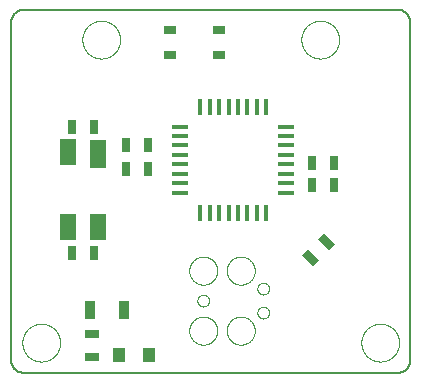
<source format=gtp>
G75*
%MOIN*%
%OFA0B0*%
%FSLAX25Y25*%
%IPPOS*%
%LPD*%
%AMOC8*
5,1,8,0,0,1.08239X$1,22.5*
%
%ADD10C,0.00800*%
%ADD11C,0.00000*%
%ADD12R,0.02756X0.05118*%
%ADD13R,0.03543X0.06299*%
%ADD14R,0.04134X0.02559*%
%ADD15R,0.05512X0.01575*%
%ADD16R,0.01575X0.05512*%
%ADD17R,0.05512X0.08661*%
%ADD18R,0.05512X0.09449*%
%ADD19R,0.04331X0.04921*%
%ADD20R,0.05118X0.02756*%
D10*
X0003750Y0005623D02*
X0003750Y0118377D01*
X0003752Y0118504D01*
X0003758Y0118631D01*
X0003768Y0118757D01*
X0003781Y0118884D01*
X0003799Y0119009D01*
X0003820Y0119135D01*
X0003845Y0119259D01*
X0003875Y0119383D01*
X0003907Y0119505D01*
X0003944Y0119627D01*
X0003984Y0119747D01*
X0004028Y0119866D01*
X0004076Y0119984D01*
X0004127Y0120100D01*
X0004182Y0120215D01*
X0004241Y0120328D01*
X0004302Y0120439D01*
X0004368Y0120547D01*
X0004436Y0120654D01*
X0004508Y0120759D01*
X0004583Y0120862D01*
X0004661Y0120962D01*
X0004742Y0121059D01*
X0004826Y0121155D01*
X0004913Y0121247D01*
X0005003Y0121337D01*
X0005095Y0121424D01*
X0005191Y0121508D01*
X0005288Y0121589D01*
X0005388Y0121667D01*
X0005491Y0121742D01*
X0005596Y0121814D01*
X0005703Y0121882D01*
X0005812Y0121948D01*
X0005922Y0122009D01*
X0006035Y0122068D01*
X0006150Y0122123D01*
X0006266Y0122174D01*
X0006384Y0122222D01*
X0006503Y0122266D01*
X0006623Y0122306D01*
X0006745Y0122343D01*
X0006867Y0122375D01*
X0006991Y0122405D01*
X0007115Y0122430D01*
X0007241Y0122451D01*
X0007366Y0122469D01*
X0007493Y0122482D01*
X0007619Y0122492D01*
X0007746Y0122498D01*
X0007873Y0122500D01*
X0132627Y0122500D01*
X0132754Y0122498D01*
X0132881Y0122492D01*
X0133007Y0122482D01*
X0133134Y0122469D01*
X0133259Y0122451D01*
X0133385Y0122430D01*
X0133509Y0122405D01*
X0133633Y0122375D01*
X0133755Y0122343D01*
X0133877Y0122306D01*
X0133997Y0122266D01*
X0134116Y0122222D01*
X0134234Y0122174D01*
X0134350Y0122123D01*
X0134465Y0122068D01*
X0134578Y0122009D01*
X0134689Y0121948D01*
X0134797Y0121882D01*
X0134904Y0121814D01*
X0135009Y0121742D01*
X0135112Y0121667D01*
X0135212Y0121589D01*
X0135309Y0121508D01*
X0135405Y0121424D01*
X0135497Y0121337D01*
X0135587Y0121247D01*
X0135674Y0121155D01*
X0135758Y0121059D01*
X0135839Y0120962D01*
X0135917Y0120862D01*
X0135992Y0120759D01*
X0136064Y0120654D01*
X0136132Y0120547D01*
X0136198Y0120439D01*
X0136259Y0120328D01*
X0136318Y0120215D01*
X0136373Y0120100D01*
X0136424Y0119984D01*
X0136472Y0119866D01*
X0136516Y0119747D01*
X0136556Y0119627D01*
X0136593Y0119505D01*
X0136625Y0119383D01*
X0136655Y0119259D01*
X0136680Y0119135D01*
X0136701Y0119009D01*
X0136719Y0118884D01*
X0136732Y0118757D01*
X0136742Y0118631D01*
X0136748Y0118504D01*
X0136750Y0118377D01*
X0136750Y0005623D01*
X0136748Y0005496D01*
X0136742Y0005369D01*
X0136732Y0005243D01*
X0136719Y0005116D01*
X0136701Y0004991D01*
X0136680Y0004865D01*
X0136655Y0004741D01*
X0136625Y0004617D01*
X0136593Y0004495D01*
X0136556Y0004373D01*
X0136516Y0004253D01*
X0136472Y0004134D01*
X0136424Y0004016D01*
X0136373Y0003900D01*
X0136318Y0003785D01*
X0136259Y0003672D01*
X0136198Y0003561D01*
X0136132Y0003453D01*
X0136064Y0003346D01*
X0135992Y0003241D01*
X0135917Y0003138D01*
X0135839Y0003038D01*
X0135758Y0002941D01*
X0135674Y0002845D01*
X0135587Y0002753D01*
X0135497Y0002663D01*
X0135405Y0002576D01*
X0135309Y0002492D01*
X0135212Y0002411D01*
X0135112Y0002333D01*
X0135009Y0002258D01*
X0134904Y0002186D01*
X0134797Y0002118D01*
X0134689Y0002052D01*
X0134578Y0001991D01*
X0134465Y0001932D01*
X0134350Y0001877D01*
X0134234Y0001826D01*
X0134116Y0001778D01*
X0133997Y0001734D01*
X0133877Y0001694D01*
X0133755Y0001657D01*
X0133633Y0001625D01*
X0133509Y0001595D01*
X0133385Y0001570D01*
X0133259Y0001549D01*
X0133134Y0001531D01*
X0133007Y0001518D01*
X0132881Y0001508D01*
X0132754Y0001502D01*
X0132627Y0001500D01*
X0007873Y0001500D01*
X0007746Y0001502D01*
X0007619Y0001508D01*
X0007493Y0001518D01*
X0007366Y0001531D01*
X0007241Y0001549D01*
X0007115Y0001570D01*
X0006991Y0001595D01*
X0006867Y0001625D01*
X0006745Y0001657D01*
X0006623Y0001694D01*
X0006503Y0001734D01*
X0006384Y0001778D01*
X0006266Y0001826D01*
X0006150Y0001877D01*
X0006035Y0001932D01*
X0005922Y0001991D01*
X0005811Y0002052D01*
X0005703Y0002118D01*
X0005596Y0002186D01*
X0005491Y0002258D01*
X0005388Y0002333D01*
X0005288Y0002411D01*
X0005191Y0002492D01*
X0005095Y0002576D01*
X0005003Y0002663D01*
X0004913Y0002753D01*
X0004826Y0002845D01*
X0004742Y0002941D01*
X0004661Y0003038D01*
X0004583Y0003138D01*
X0004508Y0003241D01*
X0004436Y0003346D01*
X0004368Y0003453D01*
X0004302Y0003562D01*
X0004241Y0003672D01*
X0004182Y0003785D01*
X0004127Y0003900D01*
X0004076Y0004016D01*
X0004028Y0004134D01*
X0003984Y0004253D01*
X0003944Y0004373D01*
X0003907Y0004495D01*
X0003875Y0004617D01*
X0003845Y0004741D01*
X0003820Y0004865D01*
X0003799Y0004991D01*
X0003781Y0005116D01*
X0003768Y0005243D01*
X0003758Y0005369D01*
X0003752Y0005496D01*
X0003750Y0005623D01*
D11*
X0007451Y0011500D02*
X0007453Y0011658D01*
X0007459Y0011816D01*
X0007469Y0011974D01*
X0007483Y0012132D01*
X0007501Y0012289D01*
X0007522Y0012446D01*
X0007548Y0012602D01*
X0007578Y0012758D01*
X0007611Y0012913D01*
X0007649Y0013066D01*
X0007690Y0013219D01*
X0007735Y0013371D01*
X0007784Y0013522D01*
X0007837Y0013671D01*
X0007893Y0013819D01*
X0007953Y0013965D01*
X0008017Y0014110D01*
X0008085Y0014253D01*
X0008156Y0014395D01*
X0008230Y0014535D01*
X0008308Y0014672D01*
X0008390Y0014808D01*
X0008474Y0014942D01*
X0008563Y0015073D01*
X0008654Y0015202D01*
X0008749Y0015329D01*
X0008846Y0015454D01*
X0008947Y0015576D01*
X0009051Y0015695D01*
X0009158Y0015812D01*
X0009268Y0015926D01*
X0009381Y0016037D01*
X0009496Y0016146D01*
X0009614Y0016251D01*
X0009735Y0016353D01*
X0009858Y0016453D01*
X0009984Y0016549D01*
X0010112Y0016642D01*
X0010242Y0016732D01*
X0010375Y0016818D01*
X0010510Y0016902D01*
X0010646Y0016981D01*
X0010785Y0017058D01*
X0010926Y0017130D01*
X0011068Y0017200D01*
X0011212Y0017265D01*
X0011358Y0017327D01*
X0011505Y0017385D01*
X0011654Y0017440D01*
X0011804Y0017491D01*
X0011955Y0017538D01*
X0012107Y0017581D01*
X0012260Y0017620D01*
X0012415Y0017656D01*
X0012570Y0017687D01*
X0012726Y0017715D01*
X0012882Y0017739D01*
X0013039Y0017759D01*
X0013197Y0017775D01*
X0013354Y0017787D01*
X0013513Y0017795D01*
X0013671Y0017799D01*
X0013829Y0017799D01*
X0013987Y0017795D01*
X0014146Y0017787D01*
X0014303Y0017775D01*
X0014461Y0017759D01*
X0014618Y0017739D01*
X0014774Y0017715D01*
X0014930Y0017687D01*
X0015085Y0017656D01*
X0015240Y0017620D01*
X0015393Y0017581D01*
X0015545Y0017538D01*
X0015696Y0017491D01*
X0015846Y0017440D01*
X0015995Y0017385D01*
X0016142Y0017327D01*
X0016288Y0017265D01*
X0016432Y0017200D01*
X0016574Y0017130D01*
X0016715Y0017058D01*
X0016854Y0016981D01*
X0016990Y0016902D01*
X0017125Y0016818D01*
X0017258Y0016732D01*
X0017388Y0016642D01*
X0017516Y0016549D01*
X0017642Y0016453D01*
X0017765Y0016353D01*
X0017886Y0016251D01*
X0018004Y0016146D01*
X0018119Y0016037D01*
X0018232Y0015926D01*
X0018342Y0015812D01*
X0018449Y0015695D01*
X0018553Y0015576D01*
X0018654Y0015454D01*
X0018751Y0015329D01*
X0018846Y0015202D01*
X0018937Y0015073D01*
X0019026Y0014942D01*
X0019110Y0014808D01*
X0019192Y0014672D01*
X0019270Y0014535D01*
X0019344Y0014395D01*
X0019415Y0014253D01*
X0019483Y0014110D01*
X0019547Y0013965D01*
X0019607Y0013819D01*
X0019663Y0013671D01*
X0019716Y0013522D01*
X0019765Y0013371D01*
X0019810Y0013219D01*
X0019851Y0013066D01*
X0019889Y0012913D01*
X0019922Y0012758D01*
X0019952Y0012602D01*
X0019978Y0012446D01*
X0019999Y0012289D01*
X0020017Y0012132D01*
X0020031Y0011974D01*
X0020041Y0011816D01*
X0020047Y0011658D01*
X0020049Y0011500D01*
X0020047Y0011342D01*
X0020041Y0011184D01*
X0020031Y0011026D01*
X0020017Y0010868D01*
X0019999Y0010711D01*
X0019978Y0010554D01*
X0019952Y0010398D01*
X0019922Y0010242D01*
X0019889Y0010087D01*
X0019851Y0009934D01*
X0019810Y0009781D01*
X0019765Y0009629D01*
X0019716Y0009478D01*
X0019663Y0009329D01*
X0019607Y0009181D01*
X0019547Y0009035D01*
X0019483Y0008890D01*
X0019415Y0008747D01*
X0019344Y0008605D01*
X0019270Y0008465D01*
X0019192Y0008328D01*
X0019110Y0008192D01*
X0019026Y0008058D01*
X0018937Y0007927D01*
X0018846Y0007798D01*
X0018751Y0007671D01*
X0018654Y0007546D01*
X0018553Y0007424D01*
X0018449Y0007305D01*
X0018342Y0007188D01*
X0018232Y0007074D01*
X0018119Y0006963D01*
X0018004Y0006854D01*
X0017886Y0006749D01*
X0017765Y0006647D01*
X0017642Y0006547D01*
X0017516Y0006451D01*
X0017388Y0006358D01*
X0017258Y0006268D01*
X0017125Y0006182D01*
X0016990Y0006098D01*
X0016854Y0006019D01*
X0016715Y0005942D01*
X0016574Y0005870D01*
X0016432Y0005800D01*
X0016288Y0005735D01*
X0016142Y0005673D01*
X0015995Y0005615D01*
X0015846Y0005560D01*
X0015696Y0005509D01*
X0015545Y0005462D01*
X0015393Y0005419D01*
X0015240Y0005380D01*
X0015085Y0005344D01*
X0014930Y0005313D01*
X0014774Y0005285D01*
X0014618Y0005261D01*
X0014461Y0005241D01*
X0014303Y0005225D01*
X0014146Y0005213D01*
X0013987Y0005205D01*
X0013829Y0005201D01*
X0013671Y0005201D01*
X0013513Y0005205D01*
X0013354Y0005213D01*
X0013197Y0005225D01*
X0013039Y0005241D01*
X0012882Y0005261D01*
X0012726Y0005285D01*
X0012570Y0005313D01*
X0012415Y0005344D01*
X0012260Y0005380D01*
X0012107Y0005419D01*
X0011955Y0005462D01*
X0011804Y0005509D01*
X0011654Y0005560D01*
X0011505Y0005615D01*
X0011358Y0005673D01*
X0011212Y0005735D01*
X0011068Y0005800D01*
X0010926Y0005870D01*
X0010785Y0005942D01*
X0010646Y0006019D01*
X0010510Y0006098D01*
X0010375Y0006182D01*
X0010242Y0006268D01*
X0010112Y0006358D01*
X0009984Y0006451D01*
X0009858Y0006547D01*
X0009735Y0006647D01*
X0009614Y0006749D01*
X0009496Y0006854D01*
X0009381Y0006963D01*
X0009268Y0007074D01*
X0009158Y0007188D01*
X0009051Y0007305D01*
X0008947Y0007424D01*
X0008846Y0007546D01*
X0008749Y0007671D01*
X0008654Y0007798D01*
X0008563Y0007927D01*
X0008474Y0008058D01*
X0008390Y0008192D01*
X0008308Y0008328D01*
X0008230Y0008465D01*
X0008156Y0008605D01*
X0008085Y0008747D01*
X0008017Y0008890D01*
X0007953Y0009035D01*
X0007893Y0009181D01*
X0007837Y0009329D01*
X0007784Y0009478D01*
X0007735Y0009629D01*
X0007690Y0009781D01*
X0007649Y0009934D01*
X0007611Y0010087D01*
X0007578Y0010242D01*
X0007548Y0010398D01*
X0007522Y0010554D01*
X0007501Y0010711D01*
X0007483Y0010868D01*
X0007469Y0011026D01*
X0007459Y0011184D01*
X0007453Y0011342D01*
X0007451Y0011500D01*
X0063075Y0015500D02*
X0063077Y0015637D01*
X0063083Y0015773D01*
X0063093Y0015909D01*
X0063107Y0016045D01*
X0063125Y0016181D01*
X0063147Y0016316D01*
X0063172Y0016450D01*
X0063202Y0016583D01*
X0063236Y0016715D01*
X0063273Y0016847D01*
X0063314Y0016977D01*
X0063360Y0017106D01*
X0063408Y0017234D01*
X0063461Y0017360D01*
X0063517Y0017484D01*
X0063577Y0017607D01*
X0063640Y0017728D01*
X0063707Y0017847D01*
X0063777Y0017964D01*
X0063851Y0018080D01*
X0063928Y0018192D01*
X0064008Y0018303D01*
X0064092Y0018411D01*
X0064179Y0018517D01*
X0064268Y0018620D01*
X0064361Y0018720D01*
X0064456Y0018818D01*
X0064555Y0018913D01*
X0064656Y0019005D01*
X0064760Y0019093D01*
X0064866Y0019179D01*
X0064975Y0019262D01*
X0065086Y0019341D01*
X0065199Y0019418D01*
X0065315Y0019491D01*
X0065432Y0019560D01*
X0065552Y0019626D01*
X0065673Y0019688D01*
X0065797Y0019747D01*
X0065922Y0019803D01*
X0066048Y0019854D01*
X0066176Y0019902D01*
X0066305Y0019946D01*
X0066436Y0019987D01*
X0066568Y0020023D01*
X0066700Y0020056D01*
X0066834Y0020084D01*
X0066968Y0020109D01*
X0067103Y0020130D01*
X0067239Y0020147D01*
X0067375Y0020160D01*
X0067511Y0020169D01*
X0067648Y0020174D01*
X0067784Y0020175D01*
X0067921Y0020172D01*
X0068057Y0020165D01*
X0068193Y0020154D01*
X0068329Y0020139D01*
X0068464Y0020120D01*
X0068599Y0020097D01*
X0068733Y0020070D01*
X0068866Y0020040D01*
X0068998Y0020005D01*
X0069130Y0019967D01*
X0069259Y0019925D01*
X0069388Y0019879D01*
X0069515Y0019829D01*
X0069641Y0019775D01*
X0069765Y0019718D01*
X0069888Y0019658D01*
X0070008Y0019593D01*
X0070127Y0019526D01*
X0070243Y0019455D01*
X0070358Y0019380D01*
X0070470Y0019302D01*
X0070580Y0019221D01*
X0070688Y0019137D01*
X0070793Y0019049D01*
X0070895Y0018959D01*
X0070995Y0018866D01*
X0071092Y0018769D01*
X0071186Y0018670D01*
X0071277Y0018569D01*
X0071365Y0018464D01*
X0071450Y0018357D01*
X0071532Y0018248D01*
X0071611Y0018136D01*
X0071686Y0018022D01*
X0071758Y0017906D01*
X0071827Y0017788D01*
X0071892Y0017668D01*
X0071954Y0017546D01*
X0072012Y0017422D01*
X0072066Y0017297D01*
X0072117Y0017170D01*
X0072163Y0017042D01*
X0072207Y0016912D01*
X0072246Y0016781D01*
X0072282Y0016649D01*
X0072313Y0016516D01*
X0072341Y0016383D01*
X0072365Y0016248D01*
X0072385Y0016113D01*
X0072401Y0015977D01*
X0072413Y0015841D01*
X0072421Y0015705D01*
X0072425Y0015568D01*
X0072425Y0015432D01*
X0072421Y0015295D01*
X0072413Y0015159D01*
X0072401Y0015023D01*
X0072385Y0014887D01*
X0072365Y0014752D01*
X0072341Y0014617D01*
X0072313Y0014484D01*
X0072282Y0014351D01*
X0072246Y0014219D01*
X0072207Y0014088D01*
X0072163Y0013958D01*
X0072117Y0013830D01*
X0072066Y0013703D01*
X0072012Y0013578D01*
X0071954Y0013454D01*
X0071892Y0013332D01*
X0071827Y0013212D01*
X0071758Y0013094D01*
X0071686Y0012978D01*
X0071611Y0012864D01*
X0071532Y0012752D01*
X0071450Y0012643D01*
X0071365Y0012536D01*
X0071277Y0012431D01*
X0071186Y0012330D01*
X0071092Y0012231D01*
X0070995Y0012134D01*
X0070895Y0012041D01*
X0070793Y0011951D01*
X0070688Y0011863D01*
X0070580Y0011779D01*
X0070470Y0011698D01*
X0070358Y0011620D01*
X0070243Y0011545D01*
X0070127Y0011474D01*
X0070008Y0011407D01*
X0069888Y0011342D01*
X0069765Y0011282D01*
X0069641Y0011225D01*
X0069515Y0011171D01*
X0069388Y0011121D01*
X0069259Y0011075D01*
X0069130Y0011033D01*
X0068998Y0010995D01*
X0068866Y0010960D01*
X0068733Y0010930D01*
X0068599Y0010903D01*
X0068464Y0010880D01*
X0068329Y0010861D01*
X0068193Y0010846D01*
X0068057Y0010835D01*
X0067921Y0010828D01*
X0067784Y0010825D01*
X0067648Y0010826D01*
X0067511Y0010831D01*
X0067375Y0010840D01*
X0067239Y0010853D01*
X0067103Y0010870D01*
X0066968Y0010891D01*
X0066834Y0010916D01*
X0066700Y0010944D01*
X0066568Y0010977D01*
X0066436Y0011013D01*
X0066305Y0011054D01*
X0066176Y0011098D01*
X0066048Y0011146D01*
X0065922Y0011197D01*
X0065797Y0011253D01*
X0065673Y0011312D01*
X0065552Y0011374D01*
X0065432Y0011440D01*
X0065315Y0011509D01*
X0065199Y0011582D01*
X0065086Y0011659D01*
X0064975Y0011738D01*
X0064866Y0011821D01*
X0064760Y0011907D01*
X0064656Y0011995D01*
X0064555Y0012087D01*
X0064456Y0012182D01*
X0064361Y0012280D01*
X0064268Y0012380D01*
X0064179Y0012483D01*
X0064092Y0012589D01*
X0064008Y0012697D01*
X0063928Y0012808D01*
X0063851Y0012920D01*
X0063777Y0013036D01*
X0063707Y0013153D01*
X0063640Y0013272D01*
X0063577Y0013393D01*
X0063517Y0013516D01*
X0063461Y0013640D01*
X0063408Y0013766D01*
X0063360Y0013894D01*
X0063314Y0014023D01*
X0063273Y0014153D01*
X0063236Y0014285D01*
X0063202Y0014417D01*
X0063172Y0014550D01*
X0063147Y0014684D01*
X0063125Y0014819D01*
X0063107Y0014955D01*
X0063093Y0015091D01*
X0063083Y0015227D01*
X0063077Y0015363D01*
X0063075Y0015500D01*
X0065800Y0025500D02*
X0065802Y0025588D01*
X0065808Y0025676D01*
X0065818Y0025764D01*
X0065832Y0025851D01*
X0065850Y0025937D01*
X0065871Y0026022D01*
X0065897Y0026107D01*
X0065926Y0026190D01*
X0065959Y0026272D01*
X0065996Y0026352D01*
X0066036Y0026430D01*
X0066080Y0026507D01*
X0066127Y0026581D01*
X0066178Y0026653D01*
X0066231Y0026723D01*
X0066288Y0026791D01*
X0066348Y0026855D01*
X0066411Y0026917D01*
X0066476Y0026976D01*
X0066544Y0027032D01*
X0066615Y0027085D01*
X0066687Y0027135D01*
X0066762Y0027181D01*
X0066839Y0027224D01*
X0066918Y0027264D01*
X0066999Y0027299D01*
X0067081Y0027332D01*
X0067164Y0027360D01*
X0067249Y0027385D01*
X0067335Y0027405D01*
X0067421Y0027422D01*
X0067508Y0027435D01*
X0067596Y0027444D01*
X0067684Y0027449D01*
X0067772Y0027450D01*
X0067860Y0027447D01*
X0067948Y0027440D01*
X0068035Y0027429D01*
X0068122Y0027414D01*
X0068208Y0027395D01*
X0068294Y0027373D01*
X0068378Y0027346D01*
X0068460Y0027316D01*
X0068542Y0027282D01*
X0068622Y0027244D01*
X0068699Y0027203D01*
X0068775Y0027159D01*
X0068849Y0027111D01*
X0068921Y0027059D01*
X0068990Y0027005D01*
X0069057Y0026947D01*
X0069121Y0026887D01*
X0069182Y0026823D01*
X0069241Y0026757D01*
X0069296Y0026689D01*
X0069348Y0026617D01*
X0069397Y0026544D01*
X0069442Y0026469D01*
X0069484Y0026391D01*
X0069523Y0026312D01*
X0069558Y0026231D01*
X0069589Y0026148D01*
X0069616Y0026065D01*
X0069640Y0025980D01*
X0069660Y0025894D01*
X0069676Y0025807D01*
X0069688Y0025720D01*
X0069696Y0025632D01*
X0069700Y0025544D01*
X0069700Y0025456D01*
X0069696Y0025368D01*
X0069688Y0025280D01*
X0069676Y0025193D01*
X0069660Y0025106D01*
X0069640Y0025020D01*
X0069616Y0024935D01*
X0069589Y0024852D01*
X0069558Y0024769D01*
X0069523Y0024688D01*
X0069484Y0024609D01*
X0069442Y0024531D01*
X0069397Y0024456D01*
X0069348Y0024383D01*
X0069296Y0024311D01*
X0069241Y0024243D01*
X0069182Y0024177D01*
X0069121Y0024113D01*
X0069057Y0024053D01*
X0068990Y0023995D01*
X0068921Y0023941D01*
X0068849Y0023889D01*
X0068775Y0023841D01*
X0068699Y0023797D01*
X0068622Y0023756D01*
X0068542Y0023718D01*
X0068460Y0023684D01*
X0068378Y0023654D01*
X0068294Y0023627D01*
X0068208Y0023605D01*
X0068122Y0023586D01*
X0068035Y0023571D01*
X0067948Y0023560D01*
X0067860Y0023553D01*
X0067772Y0023550D01*
X0067684Y0023551D01*
X0067596Y0023556D01*
X0067508Y0023565D01*
X0067421Y0023578D01*
X0067335Y0023595D01*
X0067249Y0023615D01*
X0067164Y0023640D01*
X0067081Y0023668D01*
X0066999Y0023701D01*
X0066918Y0023736D01*
X0066839Y0023776D01*
X0066762Y0023819D01*
X0066687Y0023865D01*
X0066615Y0023915D01*
X0066544Y0023968D01*
X0066476Y0024024D01*
X0066411Y0024083D01*
X0066348Y0024145D01*
X0066288Y0024209D01*
X0066231Y0024277D01*
X0066178Y0024347D01*
X0066127Y0024419D01*
X0066080Y0024493D01*
X0066036Y0024570D01*
X0065996Y0024648D01*
X0065959Y0024728D01*
X0065926Y0024810D01*
X0065897Y0024893D01*
X0065871Y0024978D01*
X0065850Y0025063D01*
X0065832Y0025149D01*
X0065818Y0025236D01*
X0065808Y0025324D01*
X0065802Y0025412D01*
X0065800Y0025500D01*
X0063075Y0035500D02*
X0063077Y0035637D01*
X0063083Y0035773D01*
X0063093Y0035909D01*
X0063107Y0036045D01*
X0063125Y0036181D01*
X0063147Y0036316D01*
X0063172Y0036450D01*
X0063202Y0036583D01*
X0063236Y0036715D01*
X0063273Y0036847D01*
X0063314Y0036977D01*
X0063360Y0037106D01*
X0063408Y0037234D01*
X0063461Y0037360D01*
X0063517Y0037484D01*
X0063577Y0037607D01*
X0063640Y0037728D01*
X0063707Y0037847D01*
X0063777Y0037964D01*
X0063851Y0038080D01*
X0063928Y0038192D01*
X0064008Y0038303D01*
X0064092Y0038411D01*
X0064179Y0038517D01*
X0064268Y0038620D01*
X0064361Y0038720D01*
X0064456Y0038818D01*
X0064555Y0038913D01*
X0064656Y0039005D01*
X0064760Y0039093D01*
X0064866Y0039179D01*
X0064975Y0039262D01*
X0065086Y0039341D01*
X0065199Y0039418D01*
X0065315Y0039491D01*
X0065432Y0039560D01*
X0065552Y0039626D01*
X0065673Y0039688D01*
X0065797Y0039747D01*
X0065922Y0039803D01*
X0066048Y0039854D01*
X0066176Y0039902D01*
X0066305Y0039946D01*
X0066436Y0039987D01*
X0066568Y0040023D01*
X0066700Y0040056D01*
X0066834Y0040084D01*
X0066968Y0040109D01*
X0067103Y0040130D01*
X0067239Y0040147D01*
X0067375Y0040160D01*
X0067511Y0040169D01*
X0067648Y0040174D01*
X0067784Y0040175D01*
X0067921Y0040172D01*
X0068057Y0040165D01*
X0068193Y0040154D01*
X0068329Y0040139D01*
X0068464Y0040120D01*
X0068599Y0040097D01*
X0068733Y0040070D01*
X0068866Y0040040D01*
X0068998Y0040005D01*
X0069130Y0039967D01*
X0069259Y0039925D01*
X0069388Y0039879D01*
X0069515Y0039829D01*
X0069641Y0039775D01*
X0069765Y0039718D01*
X0069888Y0039658D01*
X0070008Y0039593D01*
X0070127Y0039526D01*
X0070243Y0039455D01*
X0070358Y0039380D01*
X0070470Y0039302D01*
X0070580Y0039221D01*
X0070688Y0039137D01*
X0070793Y0039049D01*
X0070895Y0038959D01*
X0070995Y0038866D01*
X0071092Y0038769D01*
X0071186Y0038670D01*
X0071277Y0038569D01*
X0071365Y0038464D01*
X0071450Y0038357D01*
X0071532Y0038248D01*
X0071611Y0038136D01*
X0071686Y0038022D01*
X0071758Y0037906D01*
X0071827Y0037788D01*
X0071892Y0037668D01*
X0071954Y0037546D01*
X0072012Y0037422D01*
X0072066Y0037297D01*
X0072117Y0037170D01*
X0072163Y0037042D01*
X0072207Y0036912D01*
X0072246Y0036781D01*
X0072282Y0036649D01*
X0072313Y0036516D01*
X0072341Y0036383D01*
X0072365Y0036248D01*
X0072385Y0036113D01*
X0072401Y0035977D01*
X0072413Y0035841D01*
X0072421Y0035705D01*
X0072425Y0035568D01*
X0072425Y0035432D01*
X0072421Y0035295D01*
X0072413Y0035159D01*
X0072401Y0035023D01*
X0072385Y0034887D01*
X0072365Y0034752D01*
X0072341Y0034617D01*
X0072313Y0034484D01*
X0072282Y0034351D01*
X0072246Y0034219D01*
X0072207Y0034088D01*
X0072163Y0033958D01*
X0072117Y0033830D01*
X0072066Y0033703D01*
X0072012Y0033578D01*
X0071954Y0033454D01*
X0071892Y0033332D01*
X0071827Y0033212D01*
X0071758Y0033094D01*
X0071686Y0032978D01*
X0071611Y0032864D01*
X0071532Y0032752D01*
X0071450Y0032643D01*
X0071365Y0032536D01*
X0071277Y0032431D01*
X0071186Y0032330D01*
X0071092Y0032231D01*
X0070995Y0032134D01*
X0070895Y0032041D01*
X0070793Y0031951D01*
X0070688Y0031863D01*
X0070580Y0031779D01*
X0070470Y0031698D01*
X0070358Y0031620D01*
X0070243Y0031545D01*
X0070127Y0031474D01*
X0070008Y0031407D01*
X0069888Y0031342D01*
X0069765Y0031282D01*
X0069641Y0031225D01*
X0069515Y0031171D01*
X0069388Y0031121D01*
X0069259Y0031075D01*
X0069130Y0031033D01*
X0068998Y0030995D01*
X0068866Y0030960D01*
X0068733Y0030930D01*
X0068599Y0030903D01*
X0068464Y0030880D01*
X0068329Y0030861D01*
X0068193Y0030846D01*
X0068057Y0030835D01*
X0067921Y0030828D01*
X0067784Y0030825D01*
X0067648Y0030826D01*
X0067511Y0030831D01*
X0067375Y0030840D01*
X0067239Y0030853D01*
X0067103Y0030870D01*
X0066968Y0030891D01*
X0066834Y0030916D01*
X0066700Y0030944D01*
X0066568Y0030977D01*
X0066436Y0031013D01*
X0066305Y0031054D01*
X0066176Y0031098D01*
X0066048Y0031146D01*
X0065922Y0031197D01*
X0065797Y0031253D01*
X0065673Y0031312D01*
X0065552Y0031374D01*
X0065432Y0031440D01*
X0065315Y0031509D01*
X0065199Y0031582D01*
X0065086Y0031659D01*
X0064975Y0031738D01*
X0064866Y0031821D01*
X0064760Y0031907D01*
X0064656Y0031995D01*
X0064555Y0032087D01*
X0064456Y0032182D01*
X0064361Y0032280D01*
X0064268Y0032380D01*
X0064179Y0032483D01*
X0064092Y0032589D01*
X0064008Y0032697D01*
X0063928Y0032808D01*
X0063851Y0032920D01*
X0063777Y0033036D01*
X0063707Y0033153D01*
X0063640Y0033272D01*
X0063577Y0033393D01*
X0063517Y0033516D01*
X0063461Y0033640D01*
X0063408Y0033766D01*
X0063360Y0033894D01*
X0063314Y0034023D01*
X0063273Y0034153D01*
X0063236Y0034285D01*
X0063202Y0034417D01*
X0063172Y0034550D01*
X0063147Y0034684D01*
X0063125Y0034819D01*
X0063107Y0034955D01*
X0063093Y0035091D01*
X0063083Y0035227D01*
X0063077Y0035363D01*
X0063075Y0035500D01*
X0075575Y0035500D02*
X0075577Y0035637D01*
X0075583Y0035773D01*
X0075593Y0035909D01*
X0075607Y0036045D01*
X0075625Y0036181D01*
X0075647Y0036316D01*
X0075672Y0036450D01*
X0075702Y0036583D01*
X0075736Y0036715D01*
X0075773Y0036847D01*
X0075814Y0036977D01*
X0075860Y0037106D01*
X0075908Y0037234D01*
X0075961Y0037360D01*
X0076017Y0037484D01*
X0076077Y0037607D01*
X0076140Y0037728D01*
X0076207Y0037847D01*
X0076277Y0037964D01*
X0076351Y0038080D01*
X0076428Y0038192D01*
X0076508Y0038303D01*
X0076592Y0038411D01*
X0076679Y0038517D01*
X0076768Y0038620D01*
X0076861Y0038720D01*
X0076956Y0038818D01*
X0077055Y0038913D01*
X0077156Y0039005D01*
X0077260Y0039093D01*
X0077366Y0039179D01*
X0077475Y0039262D01*
X0077586Y0039341D01*
X0077699Y0039418D01*
X0077815Y0039491D01*
X0077932Y0039560D01*
X0078052Y0039626D01*
X0078173Y0039688D01*
X0078297Y0039747D01*
X0078422Y0039803D01*
X0078548Y0039854D01*
X0078676Y0039902D01*
X0078805Y0039946D01*
X0078936Y0039987D01*
X0079068Y0040023D01*
X0079200Y0040056D01*
X0079334Y0040084D01*
X0079468Y0040109D01*
X0079603Y0040130D01*
X0079739Y0040147D01*
X0079875Y0040160D01*
X0080011Y0040169D01*
X0080148Y0040174D01*
X0080284Y0040175D01*
X0080421Y0040172D01*
X0080557Y0040165D01*
X0080693Y0040154D01*
X0080829Y0040139D01*
X0080964Y0040120D01*
X0081099Y0040097D01*
X0081233Y0040070D01*
X0081366Y0040040D01*
X0081498Y0040005D01*
X0081630Y0039967D01*
X0081759Y0039925D01*
X0081888Y0039879D01*
X0082015Y0039829D01*
X0082141Y0039775D01*
X0082265Y0039718D01*
X0082388Y0039658D01*
X0082508Y0039593D01*
X0082627Y0039526D01*
X0082743Y0039455D01*
X0082858Y0039380D01*
X0082970Y0039302D01*
X0083080Y0039221D01*
X0083188Y0039137D01*
X0083293Y0039049D01*
X0083395Y0038959D01*
X0083495Y0038866D01*
X0083592Y0038769D01*
X0083686Y0038670D01*
X0083777Y0038569D01*
X0083865Y0038464D01*
X0083950Y0038357D01*
X0084032Y0038248D01*
X0084111Y0038136D01*
X0084186Y0038022D01*
X0084258Y0037906D01*
X0084327Y0037788D01*
X0084392Y0037668D01*
X0084454Y0037546D01*
X0084512Y0037422D01*
X0084566Y0037297D01*
X0084617Y0037170D01*
X0084663Y0037042D01*
X0084707Y0036912D01*
X0084746Y0036781D01*
X0084782Y0036649D01*
X0084813Y0036516D01*
X0084841Y0036383D01*
X0084865Y0036248D01*
X0084885Y0036113D01*
X0084901Y0035977D01*
X0084913Y0035841D01*
X0084921Y0035705D01*
X0084925Y0035568D01*
X0084925Y0035432D01*
X0084921Y0035295D01*
X0084913Y0035159D01*
X0084901Y0035023D01*
X0084885Y0034887D01*
X0084865Y0034752D01*
X0084841Y0034617D01*
X0084813Y0034484D01*
X0084782Y0034351D01*
X0084746Y0034219D01*
X0084707Y0034088D01*
X0084663Y0033958D01*
X0084617Y0033830D01*
X0084566Y0033703D01*
X0084512Y0033578D01*
X0084454Y0033454D01*
X0084392Y0033332D01*
X0084327Y0033212D01*
X0084258Y0033094D01*
X0084186Y0032978D01*
X0084111Y0032864D01*
X0084032Y0032752D01*
X0083950Y0032643D01*
X0083865Y0032536D01*
X0083777Y0032431D01*
X0083686Y0032330D01*
X0083592Y0032231D01*
X0083495Y0032134D01*
X0083395Y0032041D01*
X0083293Y0031951D01*
X0083188Y0031863D01*
X0083080Y0031779D01*
X0082970Y0031698D01*
X0082858Y0031620D01*
X0082743Y0031545D01*
X0082627Y0031474D01*
X0082508Y0031407D01*
X0082388Y0031342D01*
X0082265Y0031282D01*
X0082141Y0031225D01*
X0082015Y0031171D01*
X0081888Y0031121D01*
X0081759Y0031075D01*
X0081630Y0031033D01*
X0081498Y0030995D01*
X0081366Y0030960D01*
X0081233Y0030930D01*
X0081099Y0030903D01*
X0080964Y0030880D01*
X0080829Y0030861D01*
X0080693Y0030846D01*
X0080557Y0030835D01*
X0080421Y0030828D01*
X0080284Y0030825D01*
X0080148Y0030826D01*
X0080011Y0030831D01*
X0079875Y0030840D01*
X0079739Y0030853D01*
X0079603Y0030870D01*
X0079468Y0030891D01*
X0079334Y0030916D01*
X0079200Y0030944D01*
X0079068Y0030977D01*
X0078936Y0031013D01*
X0078805Y0031054D01*
X0078676Y0031098D01*
X0078548Y0031146D01*
X0078422Y0031197D01*
X0078297Y0031253D01*
X0078173Y0031312D01*
X0078052Y0031374D01*
X0077932Y0031440D01*
X0077815Y0031509D01*
X0077699Y0031582D01*
X0077586Y0031659D01*
X0077475Y0031738D01*
X0077366Y0031821D01*
X0077260Y0031907D01*
X0077156Y0031995D01*
X0077055Y0032087D01*
X0076956Y0032182D01*
X0076861Y0032280D01*
X0076768Y0032380D01*
X0076679Y0032483D01*
X0076592Y0032589D01*
X0076508Y0032697D01*
X0076428Y0032808D01*
X0076351Y0032920D01*
X0076277Y0033036D01*
X0076207Y0033153D01*
X0076140Y0033272D01*
X0076077Y0033393D01*
X0076017Y0033516D01*
X0075961Y0033640D01*
X0075908Y0033766D01*
X0075860Y0033894D01*
X0075814Y0034023D01*
X0075773Y0034153D01*
X0075736Y0034285D01*
X0075702Y0034417D01*
X0075672Y0034550D01*
X0075647Y0034684D01*
X0075625Y0034819D01*
X0075607Y0034955D01*
X0075593Y0035091D01*
X0075583Y0035227D01*
X0075577Y0035363D01*
X0075575Y0035500D01*
X0085800Y0029500D02*
X0085802Y0029588D01*
X0085808Y0029676D01*
X0085818Y0029764D01*
X0085832Y0029851D01*
X0085850Y0029937D01*
X0085871Y0030022D01*
X0085897Y0030107D01*
X0085926Y0030190D01*
X0085959Y0030272D01*
X0085996Y0030352D01*
X0086036Y0030430D01*
X0086080Y0030507D01*
X0086127Y0030581D01*
X0086178Y0030653D01*
X0086231Y0030723D01*
X0086288Y0030791D01*
X0086348Y0030855D01*
X0086411Y0030917D01*
X0086476Y0030976D01*
X0086544Y0031032D01*
X0086615Y0031085D01*
X0086687Y0031135D01*
X0086762Y0031181D01*
X0086839Y0031224D01*
X0086918Y0031264D01*
X0086999Y0031299D01*
X0087081Y0031332D01*
X0087164Y0031360D01*
X0087249Y0031385D01*
X0087335Y0031405D01*
X0087421Y0031422D01*
X0087508Y0031435D01*
X0087596Y0031444D01*
X0087684Y0031449D01*
X0087772Y0031450D01*
X0087860Y0031447D01*
X0087948Y0031440D01*
X0088035Y0031429D01*
X0088122Y0031414D01*
X0088208Y0031395D01*
X0088294Y0031373D01*
X0088378Y0031346D01*
X0088460Y0031316D01*
X0088542Y0031282D01*
X0088622Y0031244D01*
X0088699Y0031203D01*
X0088775Y0031159D01*
X0088849Y0031111D01*
X0088921Y0031059D01*
X0088990Y0031005D01*
X0089057Y0030947D01*
X0089121Y0030887D01*
X0089182Y0030823D01*
X0089241Y0030757D01*
X0089296Y0030689D01*
X0089348Y0030617D01*
X0089397Y0030544D01*
X0089442Y0030469D01*
X0089484Y0030391D01*
X0089523Y0030312D01*
X0089558Y0030231D01*
X0089589Y0030148D01*
X0089616Y0030065D01*
X0089640Y0029980D01*
X0089660Y0029894D01*
X0089676Y0029807D01*
X0089688Y0029720D01*
X0089696Y0029632D01*
X0089700Y0029544D01*
X0089700Y0029456D01*
X0089696Y0029368D01*
X0089688Y0029280D01*
X0089676Y0029193D01*
X0089660Y0029106D01*
X0089640Y0029020D01*
X0089616Y0028935D01*
X0089589Y0028852D01*
X0089558Y0028769D01*
X0089523Y0028688D01*
X0089484Y0028609D01*
X0089442Y0028531D01*
X0089397Y0028456D01*
X0089348Y0028383D01*
X0089296Y0028311D01*
X0089241Y0028243D01*
X0089182Y0028177D01*
X0089121Y0028113D01*
X0089057Y0028053D01*
X0088990Y0027995D01*
X0088921Y0027941D01*
X0088849Y0027889D01*
X0088775Y0027841D01*
X0088699Y0027797D01*
X0088622Y0027756D01*
X0088542Y0027718D01*
X0088460Y0027684D01*
X0088378Y0027654D01*
X0088294Y0027627D01*
X0088208Y0027605D01*
X0088122Y0027586D01*
X0088035Y0027571D01*
X0087948Y0027560D01*
X0087860Y0027553D01*
X0087772Y0027550D01*
X0087684Y0027551D01*
X0087596Y0027556D01*
X0087508Y0027565D01*
X0087421Y0027578D01*
X0087335Y0027595D01*
X0087249Y0027615D01*
X0087164Y0027640D01*
X0087081Y0027668D01*
X0086999Y0027701D01*
X0086918Y0027736D01*
X0086839Y0027776D01*
X0086762Y0027819D01*
X0086687Y0027865D01*
X0086615Y0027915D01*
X0086544Y0027968D01*
X0086476Y0028024D01*
X0086411Y0028083D01*
X0086348Y0028145D01*
X0086288Y0028209D01*
X0086231Y0028277D01*
X0086178Y0028347D01*
X0086127Y0028419D01*
X0086080Y0028493D01*
X0086036Y0028570D01*
X0085996Y0028648D01*
X0085959Y0028728D01*
X0085926Y0028810D01*
X0085897Y0028893D01*
X0085871Y0028978D01*
X0085850Y0029063D01*
X0085832Y0029149D01*
X0085818Y0029236D01*
X0085808Y0029324D01*
X0085802Y0029412D01*
X0085800Y0029500D01*
X0085800Y0021500D02*
X0085802Y0021588D01*
X0085808Y0021676D01*
X0085818Y0021764D01*
X0085832Y0021851D01*
X0085850Y0021937D01*
X0085871Y0022022D01*
X0085897Y0022107D01*
X0085926Y0022190D01*
X0085959Y0022272D01*
X0085996Y0022352D01*
X0086036Y0022430D01*
X0086080Y0022507D01*
X0086127Y0022581D01*
X0086178Y0022653D01*
X0086231Y0022723D01*
X0086288Y0022791D01*
X0086348Y0022855D01*
X0086411Y0022917D01*
X0086476Y0022976D01*
X0086544Y0023032D01*
X0086615Y0023085D01*
X0086687Y0023135D01*
X0086762Y0023181D01*
X0086839Y0023224D01*
X0086918Y0023264D01*
X0086999Y0023299D01*
X0087081Y0023332D01*
X0087164Y0023360D01*
X0087249Y0023385D01*
X0087335Y0023405D01*
X0087421Y0023422D01*
X0087508Y0023435D01*
X0087596Y0023444D01*
X0087684Y0023449D01*
X0087772Y0023450D01*
X0087860Y0023447D01*
X0087948Y0023440D01*
X0088035Y0023429D01*
X0088122Y0023414D01*
X0088208Y0023395D01*
X0088294Y0023373D01*
X0088378Y0023346D01*
X0088460Y0023316D01*
X0088542Y0023282D01*
X0088622Y0023244D01*
X0088699Y0023203D01*
X0088775Y0023159D01*
X0088849Y0023111D01*
X0088921Y0023059D01*
X0088990Y0023005D01*
X0089057Y0022947D01*
X0089121Y0022887D01*
X0089182Y0022823D01*
X0089241Y0022757D01*
X0089296Y0022689D01*
X0089348Y0022617D01*
X0089397Y0022544D01*
X0089442Y0022469D01*
X0089484Y0022391D01*
X0089523Y0022312D01*
X0089558Y0022231D01*
X0089589Y0022148D01*
X0089616Y0022065D01*
X0089640Y0021980D01*
X0089660Y0021894D01*
X0089676Y0021807D01*
X0089688Y0021720D01*
X0089696Y0021632D01*
X0089700Y0021544D01*
X0089700Y0021456D01*
X0089696Y0021368D01*
X0089688Y0021280D01*
X0089676Y0021193D01*
X0089660Y0021106D01*
X0089640Y0021020D01*
X0089616Y0020935D01*
X0089589Y0020852D01*
X0089558Y0020769D01*
X0089523Y0020688D01*
X0089484Y0020609D01*
X0089442Y0020531D01*
X0089397Y0020456D01*
X0089348Y0020383D01*
X0089296Y0020311D01*
X0089241Y0020243D01*
X0089182Y0020177D01*
X0089121Y0020113D01*
X0089057Y0020053D01*
X0088990Y0019995D01*
X0088921Y0019941D01*
X0088849Y0019889D01*
X0088775Y0019841D01*
X0088699Y0019797D01*
X0088622Y0019756D01*
X0088542Y0019718D01*
X0088460Y0019684D01*
X0088378Y0019654D01*
X0088294Y0019627D01*
X0088208Y0019605D01*
X0088122Y0019586D01*
X0088035Y0019571D01*
X0087948Y0019560D01*
X0087860Y0019553D01*
X0087772Y0019550D01*
X0087684Y0019551D01*
X0087596Y0019556D01*
X0087508Y0019565D01*
X0087421Y0019578D01*
X0087335Y0019595D01*
X0087249Y0019615D01*
X0087164Y0019640D01*
X0087081Y0019668D01*
X0086999Y0019701D01*
X0086918Y0019736D01*
X0086839Y0019776D01*
X0086762Y0019819D01*
X0086687Y0019865D01*
X0086615Y0019915D01*
X0086544Y0019968D01*
X0086476Y0020024D01*
X0086411Y0020083D01*
X0086348Y0020145D01*
X0086288Y0020209D01*
X0086231Y0020277D01*
X0086178Y0020347D01*
X0086127Y0020419D01*
X0086080Y0020493D01*
X0086036Y0020570D01*
X0085996Y0020648D01*
X0085959Y0020728D01*
X0085926Y0020810D01*
X0085897Y0020893D01*
X0085871Y0020978D01*
X0085850Y0021063D01*
X0085832Y0021149D01*
X0085818Y0021236D01*
X0085808Y0021324D01*
X0085802Y0021412D01*
X0085800Y0021500D01*
X0075575Y0015500D02*
X0075577Y0015637D01*
X0075583Y0015773D01*
X0075593Y0015909D01*
X0075607Y0016045D01*
X0075625Y0016181D01*
X0075647Y0016316D01*
X0075672Y0016450D01*
X0075702Y0016583D01*
X0075736Y0016715D01*
X0075773Y0016847D01*
X0075814Y0016977D01*
X0075860Y0017106D01*
X0075908Y0017234D01*
X0075961Y0017360D01*
X0076017Y0017484D01*
X0076077Y0017607D01*
X0076140Y0017728D01*
X0076207Y0017847D01*
X0076277Y0017964D01*
X0076351Y0018080D01*
X0076428Y0018192D01*
X0076508Y0018303D01*
X0076592Y0018411D01*
X0076679Y0018517D01*
X0076768Y0018620D01*
X0076861Y0018720D01*
X0076956Y0018818D01*
X0077055Y0018913D01*
X0077156Y0019005D01*
X0077260Y0019093D01*
X0077366Y0019179D01*
X0077475Y0019262D01*
X0077586Y0019341D01*
X0077699Y0019418D01*
X0077815Y0019491D01*
X0077932Y0019560D01*
X0078052Y0019626D01*
X0078173Y0019688D01*
X0078297Y0019747D01*
X0078422Y0019803D01*
X0078548Y0019854D01*
X0078676Y0019902D01*
X0078805Y0019946D01*
X0078936Y0019987D01*
X0079068Y0020023D01*
X0079200Y0020056D01*
X0079334Y0020084D01*
X0079468Y0020109D01*
X0079603Y0020130D01*
X0079739Y0020147D01*
X0079875Y0020160D01*
X0080011Y0020169D01*
X0080148Y0020174D01*
X0080284Y0020175D01*
X0080421Y0020172D01*
X0080557Y0020165D01*
X0080693Y0020154D01*
X0080829Y0020139D01*
X0080964Y0020120D01*
X0081099Y0020097D01*
X0081233Y0020070D01*
X0081366Y0020040D01*
X0081498Y0020005D01*
X0081630Y0019967D01*
X0081759Y0019925D01*
X0081888Y0019879D01*
X0082015Y0019829D01*
X0082141Y0019775D01*
X0082265Y0019718D01*
X0082388Y0019658D01*
X0082508Y0019593D01*
X0082627Y0019526D01*
X0082743Y0019455D01*
X0082858Y0019380D01*
X0082970Y0019302D01*
X0083080Y0019221D01*
X0083188Y0019137D01*
X0083293Y0019049D01*
X0083395Y0018959D01*
X0083495Y0018866D01*
X0083592Y0018769D01*
X0083686Y0018670D01*
X0083777Y0018569D01*
X0083865Y0018464D01*
X0083950Y0018357D01*
X0084032Y0018248D01*
X0084111Y0018136D01*
X0084186Y0018022D01*
X0084258Y0017906D01*
X0084327Y0017788D01*
X0084392Y0017668D01*
X0084454Y0017546D01*
X0084512Y0017422D01*
X0084566Y0017297D01*
X0084617Y0017170D01*
X0084663Y0017042D01*
X0084707Y0016912D01*
X0084746Y0016781D01*
X0084782Y0016649D01*
X0084813Y0016516D01*
X0084841Y0016383D01*
X0084865Y0016248D01*
X0084885Y0016113D01*
X0084901Y0015977D01*
X0084913Y0015841D01*
X0084921Y0015705D01*
X0084925Y0015568D01*
X0084925Y0015432D01*
X0084921Y0015295D01*
X0084913Y0015159D01*
X0084901Y0015023D01*
X0084885Y0014887D01*
X0084865Y0014752D01*
X0084841Y0014617D01*
X0084813Y0014484D01*
X0084782Y0014351D01*
X0084746Y0014219D01*
X0084707Y0014088D01*
X0084663Y0013958D01*
X0084617Y0013830D01*
X0084566Y0013703D01*
X0084512Y0013578D01*
X0084454Y0013454D01*
X0084392Y0013332D01*
X0084327Y0013212D01*
X0084258Y0013094D01*
X0084186Y0012978D01*
X0084111Y0012864D01*
X0084032Y0012752D01*
X0083950Y0012643D01*
X0083865Y0012536D01*
X0083777Y0012431D01*
X0083686Y0012330D01*
X0083592Y0012231D01*
X0083495Y0012134D01*
X0083395Y0012041D01*
X0083293Y0011951D01*
X0083188Y0011863D01*
X0083080Y0011779D01*
X0082970Y0011698D01*
X0082858Y0011620D01*
X0082743Y0011545D01*
X0082627Y0011474D01*
X0082508Y0011407D01*
X0082388Y0011342D01*
X0082265Y0011282D01*
X0082141Y0011225D01*
X0082015Y0011171D01*
X0081888Y0011121D01*
X0081759Y0011075D01*
X0081630Y0011033D01*
X0081498Y0010995D01*
X0081366Y0010960D01*
X0081233Y0010930D01*
X0081099Y0010903D01*
X0080964Y0010880D01*
X0080829Y0010861D01*
X0080693Y0010846D01*
X0080557Y0010835D01*
X0080421Y0010828D01*
X0080284Y0010825D01*
X0080148Y0010826D01*
X0080011Y0010831D01*
X0079875Y0010840D01*
X0079739Y0010853D01*
X0079603Y0010870D01*
X0079468Y0010891D01*
X0079334Y0010916D01*
X0079200Y0010944D01*
X0079068Y0010977D01*
X0078936Y0011013D01*
X0078805Y0011054D01*
X0078676Y0011098D01*
X0078548Y0011146D01*
X0078422Y0011197D01*
X0078297Y0011253D01*
X0078173Y0011312D01*
X0078052Y0011374D01*
X0077932Y0011440D01*
X0077815Y0011509D01*
X0077699Y0011582D01*
X0077586Y0011659D01*
X0077475Y0011738D01*
X0077366Y0011821D01*
X0077260Y0011907D01*
X0077156Y0011995D01*
X0077055Y0012087D01*
X0076956Y0012182D01*
X0076861Y0012280D01*
X0076768Y0012380D01*
X0076679Y0012483D01*
X0076592Y0012589D01*
X0076508Y0012697D01*
X0076428Y0012808D01*
X0076351Y0012920D01*
X0076277Y0013036D01*
X0076207Y0013153D01*
X0076140Y0013272D01*
X0076077Y0013393D01*
X0076017Y0013516D01*
X0075961Y0013640D01*
X0075908Y0013766D01*
X0075860Y0013894D01*
X0075814Y0014023D01*
X0075773Y0014153D01*
X0075736Y0014285D01*
X0075702Y0014417D01*
X0075672Y0014550D01*
X0075647Y0014684D01*
X0075625Y0014819D01*
X0075607Y0014955D01*
X0075593Y0015091D01*
X0075583Y0015227D01*
X0075577Y0015363D01*
X0075575Y0015500D01*
X0120451Y0011500D02*
X0120453Y0011658D01*
X0120459Y0011816D01*
X0120469Y0011974D01*
X0120483Y0012132D01*
X0120501Y0012289D01*
X0120522Y0012446D01*
X0120548Y0012602D01*
X0120578Y0012758D01*
X0120611Y0012913D01*
X0120649Y0013066D01*
X0120690Y0013219D01*
X0120735Y0013371D01*
X0120784Y0013522D01*
X0120837Y0013671D01*
X0120893Y0013819D01*
X0120953Y0013965D01*
X0121017Y0014110D01*
X0121085Y0014253D01*
X0121156Y0014395D01*
X0121230Y0014535D01*
X0121308Y0014672D01*
X0121390Y0014808D01*
X0121474Y0014942D01*
X0121563Y0015073D01*
X0121654Y0015202D01*
X0121749Y0015329D01*
X0121846Y0015454D01*
X0121947Y0015576D01*
X0122051Y0015695D01*
X0122158Y0015812D01*
X0122268Y0015926D01*
X0122381Y0016037D01*
X0122496Y0016146D01*
X0122614Y0016251D01*
X0122735Y0016353D01*
X0122858Y0016453D01*
X0122984Y0016549D01*
X0123112Y0016642D01*
X0123242Y0016732D01*
X0123375Y0016818D01*
X0123510Y0016902D01*
X0123646Y0016981D01*
X0123785Y0017058D01*
X0123926Y0017130D01*
X0124068Y0017200D01*
X0124212Y0017265D01*
X0124358Y0017327D01*
X0124505Y0017385D01*
X0124654Y0017440D01*
X0124804Y0017491D01*
X0124955Y0017538D01*
X0125107Y0017581D01*
X0125260Y0017620D01*
X0125415Y0017656D01*
X0125570Y0017687D01*
X0125726Y0017715D01*
X0125882Y0017739D01*
X0126039Y0017759D01*
X0126197Y0017775D01*
X0126354Y0017787D01*
X0126513Y0017795D01*
X0126671Y0017799D01*
X0126829Y0017799D01*
X0126987Y0017795D01*
X0127146Y0017787D01*
X0127303Y0017775D01*
X0127461Y0017759D01*
X0127618Y0017739D01*
X0127774Y0017715D01*
X0127930Y0017687D01*
X0128085Y0017656D01*
X0128240Y0017620D01*
X0128393Y0017581D01*
X0128545Y0017538D01*
X0128696Y0017491D01*
X0128846Y0017440D01*
X0128995Y0017385D01*
X0129142Y0017327D01*
X0129288Y0017265D01*
X0129432Y0017200D01*
X0129574Y0017130D01*
X0129715Y0017058D01*
X0129854Y0016981D01*
X0129990Y0016902D01*
X0130125Y0016818D01*
X0130258Y0016732D01*
X0130388Y0016642D01*
X0130516Y0016549D01*
X0130642Y0016453D01*
X0130765Y0016353D01*
X0130886Y0016251D01*
X0131004Y0016146D01*
X0131119Y0016037D01*
X0131232Y0015926D01*
X0131342Y0015812D01*
X0131449Y0015695D01*
X0131553Y0015576D01*
X0131654Y0015454D01*
X0131751Y0015329D01*
X0131846Y0015202D01*
X0131937Y0015073D01*
X0132026Y0014942D01*
X0132110Y0014808D01*
X0132192Y0014672D01*
X0132270Y0014535D01*
X0132344Y0014395D01*
X0132415Y0014253D01*
X0132483Y0014110D01*
X0132547Y0013965D01*
X0132607Y0013819D01*
X0132663Y0013671D01*
X0132716Y0013522D01*
X0132765Y0013371D01*
X0132810Y0013219D01*
X0132851Y0013066D01*
X0132889Y0012913D01*
X0132922Y0012758D01*
X0132952Y0012602D01*
X0132978Y0012446D01*
X0132999Y0012289D01*
X0133017Y0012132D01*
X0133031Y0011974D01*
X0133041Y0011816D01*
X0133047Y0011658D01*
X0133049Y0011500D01*
X0133047Y0011342D01*
X0133041Y0011184D01*
X0133031Y0011026D01*
X0133017Y0010868D01*
X0132999Y0010711D01*
X0132978Y0010554D01*
X0132952Y0010398D01*
X0132922Y0010242D01*
X0132889Y0010087D01*
X0132851Y0009934D01*
X0132810Y0009781D01*
X0132765Y0009629D01*
X0132716Y0009478D01*
X0132663Y0009329D01*
X0132607Y0009181D01*
X0132547Y0009035D01*
X0132483Y0008890D01*
X0132415Y0008747D01*
X0132344Y0008605D01*
X0132270Y0008465D01*
X0132192Y0008328D01*
X0132110Y0008192D01*
X0132026Y0008058D01*
X0131937Y0007927D01*
X0131846Y0007798D01*
X0131751Y0007671D01*
X0131654Y0007546D01*
X0131553Y0007424D01*
X0131449Y0007305D01*
X0131342Y0007188D01*
X0131232Y0007074D01*
X0131119Y0006963D01*
X0131004Y0006854D01*
X0130886Y0006749D01*
X0130765Y0006647D01*
X0130642Y0006547D01*
X0130516Y0006451D01*
X0130388Y0006358D01*
X0130258Y0006268D01*
X0130125Y0006182D01*
X0129990Y0006098D01*
X0129854Y0006019D01*
X0129715Y0005942D01*
X0129574Y0005870D01*
X0129432Y0005800D01*
X0129288Y0005735D01*
X0129142Y0005673D01*
X0128995Y0005615D01*
X0128846Y0005560D01*
X0128696Y0005509D01*
X0128545Y0005462D01*
X0128393Y0005419D01*
X0128240Y0005380D01*
X0128085Y0005344D01*
X0127930Y0005313D01*
X0127774Y0005285D01*
X0127618Y0005261D01*
X0127461Y0005241D01*
X0127303Y0005225D01*
X0127146Y0005213D01*
X0126987Y0005205D01*
X0126829Y0005201D01*
X0126671Y0005201D01*
X0126513Y0005205D01*
X0126354Y0005213D01*
X0126197Y0005225D01*
X0126039Y0005241D01*
X0125882Y0005261D01*
X0125726Y0005285D01*
X0125570Y0005313D01*
X0125415Y0005344D01*
X0125260Y0005380D01*
X0125107Y0005419D01*
X0124955Y0005462D01*
X0124804Y0005509D01*
X0124654Y0005560D01*
X0124505Y0005615D01*
X0124358Y0005673D01*
X0124212Y0005735D01*
X0124068Y0005800D01*
X0123926Y0005870D01*
X0123785Y0005942D01*
X0123646Y0006019D01*
X0123510Y0006098D01*
X0123375Y0006182D01*
X0123242Y0006268D01*
X0123112Y0006358D01*
X0122984Y0006451D01*
X0122858Y0006547D01*
X0122735Y0006647D01*
X0122614Y0006749D01*
X0122496Y0006854D01*
X0122381Y0006963D01*
X0122268Y0007074D01*
X0122158Y0007188D01*
X0122051Y0007305D01*
X0121947Y0007424D01*
X0121846Y0007546D01*
X0121749Y0007671D01*
X0121654Y0007798D01*
X0121563Y0007927D01*
X0121474Y0008058D01*
X0121390Y0008192D01*
X0121308Y0008328D01*
X0121230Y0008465D01*
X0121156Y0008605D01*
X0121085Y0008747D01*
X0121017Y0008890D01*
X0120953Y0009035D01*
X0120893Y0009181D01*
X0120837Y0009329D01*
X0120784Y0009478D01*
X0120735Y0009629D01*
X0120690Y0009781D01*
X0120649Y0009934D01*
X0120611Y0010087D01*
X0120578Y0010242D01*
X0120548Y0010398D01*
X0120522Y0010554D01*
X0120501Y0010711D01*
X0120483Y0010868D01*
X0120469Y0011026D01*
X0120459Y0011184D01*
X0120453Y0011342D01*
X0120451Y0011500D01*
X0100451Y0112500D02*
X0100453Y0112658D01*
X0100459Y0112816D01*
X0100469Y0112974D01*
X0100483Y0113132D01*
X0100501Y0113289D01*
X0100522Y0113446D01*
X0100548Y0113602D01*
X0100578Y0113758D01*
X0100611Y0113913D01*
X0100649Y0114066D01*
X0100690Y0114219D01*
X0100735Y0114371D01*
X0100784Y0114522D01*
X0100837Y0114671D01*
X0100893Y0114819D01*
X0100953Y0114965D01*
X0101017Y0115110D01*
X0101085Y0115253D01*
X0101156Y0115395D01*
X0101230Y0115535D01*
X0101308Y0115672D01*
X0101390Y0115808D01*
X0101474Y0115942D01*
X0101563Y0116073D01*
X0101654Y0116202D01*
X0101749Y0116329D01*
X0101846Y0116454D01*
X0101947Y0116576D01*
X0102051Y0116695D01*
X0102158Y0116812D01*
X0102268Y0116926D01*
X0102381Y0117037D01*
X0102496Y0117146D01*
X0102614Y0117251D01*
X0102735Y0117353D01*
X0102858Y0117453D01*
X0102984Y0117549D01*
X0103112Y0117642D01*
X0103242Y0117732D01*
X0103375Y0117818D01*
X0103510Y0117902D01*
X0103646Y0117981D01*
X0103785Y0118058D01*
X0103926Y0118130D01*
X0104068Y0118200D01*
X0104212Y0118265D01*
X0104358Y0118327D01*
X0104505Y0118385D01*
X0104654Y0118440D01*
X0104804Y0118491D01*
X0104955Y0118538D01*
X0105107Y0118581D01*
X0105260Y0118620D01*
X0105415Y0118656D01*
X0105570Y0118687D01*
X0105726Y0118715D01*
X0105882Y0118739D01*
X0106039Y0118759D01*
X0106197Y0118775D01*
X0106354Y0118787D01*
X0106513Y0118795D01*
X0106671Y0118799D01*
X0106829Y0118799D01*
X0106987Y0118795D01*
X0107146Y0118787D01*
X0107303Y0118775D01*
X0107461Y0118759D01*
X0107618Y0118739D01*
X0107774Y0118715D01*
X0107930Y0118687D01*
X0108085Y0118656D01*
X0108240Y0118620D01*
X0108393Y0118581D01*
X0108545Y0118538D01*
X0108696Y0118491D01*
X0108846Y0118440D01*
X0108995Y0118385D01*
X0109142Y0118327D01*
X0109288Y0118265D01*
X0109432Y0118200D01*
X0109574Y0118130D01*
X0109715Y0118058D01*
X0109854Y0117981D01*
X0109990Y0117902D01*
X0110125Y0117818D01*
X0110258Y0117732D01*
X0110388Y0117642D01*
X0110516Y0117549D01*
X0110642Y0117453D01*
X0110765Y0117353D01*
X0110886Y0117251D01*
X0111004Y0117146D01*
X0111119Y0117037D01*
X0111232Y0116926D01*
X0111342Y0116812D01*
X0111449Y0116695D01*
X0111553Y0116576D01*
X0111654Y0116454D01*
X0111751Y0116329D01*
X0111846Y0116202D01*
X0111937Y0116073D01*
X0112026Y0115942D01*
X0112110Y0115808D01*
X0112192Y0115672D01*
X0112270Y0115535D01*
X0112344Y0115395D01*
X0112415Y0115253D01*
X0112483Y0115110D01*
X0112547Y0114965D01*
X0112607Y0114819D01*
X0112663Y0114671D01*
X0112716Y0114522D01*
X0112765Y0114371D01*
X0112810Y0114219D01*
X0112851Y0114066D01*
X0112889Y0113913D01*
X0112922Y0113758D01*
X0112952Y0113602D01*
X0112978Y0113446D01*
X0112999Y0113289D01*
X0113017Y0113132D01*
X0113031Y0112974D01*
X0113041Y0112816D01*
X0113047Y0112658D01*
X0113049Y0112500D01*
X0113047Y0112342D01*
X0113041Y0112184D01*
X0113031Y0112026D01*
X0113017Y0111868D01*
X0112999Y0111711D01*
X0112978Y0111554D01*
X0112952Y0111398D01*
X0112922Y0111242D01*
X0112889Y0111087D01*
X0112851Y0110934D01*
X0112810Y0110781D01*
X0112765Y0110629D01*
X0112716Y0110478D01*
X0112663Y0110329D01*
X0112607Y0110181D01*
X0112547Y0110035D01*
X0112483Y0109890D01*
X0112415Y0109747D01*
X0112344Y0109605D01*
X0112270Y0109465D01*
X0112192Y0109328D01*
X0112110Y0109192D01*
X0112026Y0109058D01*
X0111937Y0108927D01*
X0111846Y0108798D01*
X0111751Y0108671D01*
X0111654Y0108546D01*
X0111553Y0108424D01*
X0111449Y0108305D01*
X0111342Y0108188D01*
X0111232Y0108074D01*
X0111119Y0107963D01*
X0111004Y0107854D01*
X0110886Y0107749D01*
X0110765Y0107647D01*
X0110642Y0107547D01*
X0110516Y0107451D01*
X0110388Y0107358D01*
X0110258Y0107268D01*
X0110125Y0107182D01*
X0109990Y0107098D01*
X0109854Y0107019D01*
X0109715Y0106942D01*
X0109574Y0106870D01*
X0109432Y0106800D01*
X0109288Y0106735D01*
X0109142Y0106673D01*
X0108995Y0106615D01*
X0108846Y0106560D01*
X0108696Y0106509D01*
X0108545Y0106462D01*
X0108393Y0106419D01*
X0108240Y0106380D01*
X0108085Y0106344D01*
X0107930Y0106313D01*
X0107774Y0106285D01*
X0107618Y0106261D01*
X0107461Y0106241D01*
X0107303Y0106225D01*
X0107146Y0106213D01*
X0106987Y0106205D01*
X0106829Y0106201D01*
X0106671Y0106201D01*
X0106513Y0106205D01*
X0106354Y0106213D01*
X0106197Y0106225D01*
X0106039Y0106241D01*
X0105882Y0106261D01*
X0105726Y0106285D01*
X0105570Y0106313D01*
X0105415Y0106344D01*
X0105260Y0106380D01*
X0105107Y0106419D01*
X0104955Y0106462D01*
X0104804Y0106509D01*
X0104654Y0106560D01*
X0104505Y0106615D01*
X0104358Y0106673D01*
X0104212Y0106735D01*
X0104068Y0106800D01*
X0103926Y0106870D01*
X0103785Y0106942D01*
X0103646Y0107019D01*
X0103510Y0107098D01*
X0103375Y0107182D01*
X0103242Y0107268D01*
X0103112Y0107358D01*
X0102984Y0107451D01*
X0102858Y0107547D01*
X0102735Y0107647D01*
X0102614Y0107749D01*
X0102496Y0107854D01*
X0102381Y0107963D01*
X0102268Y0108074D01*
X0102158Y0108188D01*
X0102051Y0108305D01*
X0101947Y0108424D01*
X0101846Y0108546D01*
X0101749Y0108671D01*
X0101654Y0108798D01*
X0101563Y0108927D01*
X0101474Y0109058D01*
X0101390Y0109192D01*
X0101308Y0109328D01*
X0101230Y0109465D01*
X0101156Y0109605D01*
X0101085Y0109747D01*
X0101017Y0109890D01*
X0100953Y0110035D01*
X0100893Y0110181D01*
X0100837Y0110329D01*
X0100784Y0110478D01*
X0100735Y0110629D01*
X0100690Y0110781D01*
X0100649Y0110934D01*
X0100611Y0111087D01*
X0100578Y0111242D01*
X0100548Y0111398D01*
X0100522Y0111554D01*
X0100501Y0111711D01*
X0100483Y0111868D01*
X0100469Y0112026D01*
X0100459Y0112184D01*
X0100453Y0112342D01*
X0100451Y0112500D01*
X0027451Y0112500D02*
X0027453Y0112658D01*
X0027459Y0112816D01*
X0027469Y0112974D01*
X0027483Y0113132D01*
X0027501Y0113289D01*
X0027522Y0113446D01*
X0027548Y0113602D01*
X0027578Y0113758D01*
X0027611Y0113913D01*
X0027649Y0114066D01*
X0027690Y0114219D01*
X0027735Y0114371D01*
X0027784Y0114522D01*
X0027837Y0114671D01*
X0027893Y0114819D01*
X0027953Y0114965D01*
X0028017Y0115110D01*
X0028085Y0115253D01*
X0028156Y0115395D01*
X0028230Y0115535D01*
X0028308Y0115672D01*
X0028390Y0115808D01*
X0028474Y0115942D01*
X0028563Y0116073D01*
X0028654Y0116202D01*
X0028749Y0116329D01*
X0028846Y0116454D01*
X0028947Y0116576D01*
X0029051Y0116695D01*
X0029158Y0116812D01*
X0029268Y0116926D01*
X0029381Y0117037D01*
X0029496Y0117146D01*
X0029614Y0117251D01*
X0029735Y0117353D01*
X0029858Y0117453D01*
X0029984Y0117549D01*
X0030112Y0117642D01*
X0030242Y0117732D01*
X0030375Y0117818D01*
X0030510Y0117902D01*
X0030646Y0117981D01*
X0030785Y0118058D01*
X0030926Y0118130D01*
X0031068Y0118200D01*
X0031212Y0118265D01*
X0031358Y0118327D01*
X0031505Y0118385D01*
X0031654Y0118440D01*
X0031804Y0118491D01*
X0031955Y0118538D01*
X0032107Y0118581D01*
X0032260Y0118620D01*
X0032415Y0118656D01*
X0032570Y0118687D01*
X0032726Y0118715D01*
X0032882Y0118739D01*
X0033039Y0118759D01*
X0033197Y0118775D01*
X0033354Y0118787D01*
X0033513Y0118795D01*
X0033671Y0118799D01*
X0033829Y0118799D01*
X0033987Y0118795D01*
X0034146Y0118787D01*
X0034303Y0118775D01*
X0034461Y0118759D01*
X0034618Y0118739D01*
X0034774Y0118715D01*
X0034930Y0118687D01*
X0035085Y0118656D01*
X0035240Y0118620D01*
X0035393Y0118581D01*
X0035545Y0118538D01*
X0035696Y0118491D01*
X0035846Y0118440D01*
X0035995Y0118385D01*
X0036142Y0118327D01*
X0036288Y0118265D01*
X0036432Y0118200D01*
X0036574Y0118130D01*
X0036715Y0118058D01*
X0036854Y0117981D01*
X0036990Y0117902D01*
X0037125Y0117818D01*
X0037258Y0117732D01*
X0037388Y0117642D01*
X0037516Y0117549D01*
X0037642Y0117453D01*
X0037765Y0117353D01*
X0037886Y0117251D01*
X0038004Y0117146D01*
X0038119Y0117037D01*
X0038232Y0116926D01*
X0038342Y0116812D01*
X0038449Y0116695D01*
X0038553Y0116576D01*
X0038654Y0116454D01*
X0038751Y0116329D01*
X0038846Y0116202D01*
X0038937Y0116073D01*
X0039026Y0115942D01*
X0039110Y0115808D01*
X0039192Y0115672D01*
X0039270Y0115535D01*
X0039344Y0115395D01*
X0039415Y0115253D01*
X0039483Y0115110D01*
X0039547Y0114965D01*
X0039607Y0114819D01*
X0039663Y0114671D01*
X0039716Y0114522D01*
X0039765Y0114371D01*
X0039810Y0114219D01*
X0039851Y0114066D01*
X0039889Y0113913D01*
X0039922Y0113758D01*
X0039952Y0113602D01*
X0039978Y0113446D01*
X0039999Y0113289D01*
X0040017Y0113132D01*
X0040031Y0112974D01*
X0040041Y0112816D01*
X0040047Y0112658D01*
X0040049Y0112500D01*
X0040047Y0112342D01*
X0040041Y0112184D01*
X0040031Y0112026D01*
X0040017Y0111868D01*
X0039999Y0111711D01*
X0039978Y0111554D01*
X0039952Y0111398D01*
X0039922Y0111242D01*
X0039889Y0111087D01*
X0039851Y0110934D01*
X0039810Y0110781D01*
X0039765Y0110629D01*
X0039716Y0110478D01*
X0039663Y0110329D01*
X0039607Y0110181D01*
X0039547Y0110035D01*
X0039483Y0109890D01*
X0039415Y0109747D01*
X0039344Y0109605D01*
X0039270Y0109465D01*
X0039192Y0109328D01*
X0039110Y0109192D01*
X0039026Y0109058D01*
X0038937Y0108927D01*
X0038846Y0108798D01*
X0038751Y0108671D01*
X0038654Y0108546D01*
X0038553Y0108424D01*
X0038449Y0108305D01*
X0038342Y0108188D01*
X0038232Y0108074D01*
X0038119Y0107963D01*
X0038004Y0107854D01*
X0037886Y0107749D01*
X0037765Y0107647D01*
X0037642Y0107547D01*
X0037516Y0107451D01*
X0037388Y0107358D01*
X0037258Y0107268D01*
X0037125Y0107182D01*
X0036990Y0107098D01*
X0036854Y0107019D01*
X0036715Y0106942D01*
X0036574Y0106870D01*
X0036432Y0106800D01*
X0036288Y0106735D01*
X0036142Y0106673D01*
X0035995Y0106615D01*
X0035846Y0106560D01*
X0035696Y0106509D01*
X0035545Y0106462D01*
X0035393Y0106419D01*
X0035240Y0106380D01*
X0035085Y0106344D01*
X0034930Y0106313D01*
X0034774Y0106285D01*
X0034618Y0106261D01*
X0034461Y0106241D01*
X0034303Y0106225D01*
X0034146Y0106213D01*
X0033987Y0106205D01*
X0033829Y0106201D01*
X0033671Y0106201D01*
X0033513Y0106205D01*
X0033354Y0106213D01*
X0033197Y0106225D01*
X0033039Y0106241D01*
X0032882Y0106261D01*
X0032726Y0106285D01*
X0032570Y0106313D01*
X0032415Y0106344D01*
X0032260Y0106380D01*
X0032107Y0106419D01*
X0031955Y0106462D01*
X0031804Y0106509D01*
X0031654Y0106560D01*
X0031505Y0106615D01*
X0031358Y0106673D01*
X0031212Y0106735D01*
X0031068Y0106800D01*
X0030926Y0106870D01*
X0030785Y0106942D01*
X0030646Y0107019D01*
X0030510Y0107098D01*
X0030375Y0107182D01*
X0030242Y0107268D01*
X0030112Y0107358D01*
X0029984Y0107451D01*
X0029858Y0107547D01*
X0029735Y0107647D01*
X0029614Y0107749D01*
X0029496Y0107854D01*
X0029381Y0107963D01*
X0029268Y0108074D01*
X0029158Y0108188D01*
X0029051Y0108305D01*
X0028947Y0108424D01*
X0028846Y0108546D01*
X0028749Y0108671D01*
X0028654Y0108798D01*
X0028563Y0108927D01*
X0028474Y0109058D01*
X0028390Y0109192D01*
X0028308Y0109328D01*
X0028230Y0109465D01*
X0028156Y0109605D01*
X0028085Y0109747D01*
X0028017Y0109890D01*
X0027953Y0110035D01*
X0027893Y0110181D01*
X0027837Y0110329D01*
X0027784Y0110478D01*
X0027735Y0110629D01*
X0027690Y0110781D01*
X0027649Y0110934D01*
X0027611Y0111087D01*
X0027578Y0111242D01*
X0027548Y0111398D01*
X0027522Y0111554D01*
X0027501Y0111711D01*
X0027483Y0111868D01*
X0027469Y0112026D01*
X0027459Y0112184D01*
X0027453Y0112342D01*
X0027451Y0112500D01*
D12*
X0024010Y0083500D03*
X0031490Y0083500D03*
X0042010Y0077500D03*
X0049490Y0077500D03*
X0049490Y0069500D03*
X0042010Y0069500D03*
X0031490Y0041500D03*
X0024010Y0041500D03*
G36*
X0106388Y0039020D02*
X0104440Y0037072D01*
X0100822Y0040690D01*
X0102770Y0042638D01*
X0106388Y0039020D01*
G37*
G36*
X0111678Y0044310D02*
X0109730Y0042362D01*
X0106112Y0045980D01*
X0108060Y0047928D01*
X0111678Y0044310D01*
G37*
X0111490Y0064000D03*
X0104010Y0064000D03*
X0104010Y0071500D03*
X0111490Y0071500D03*
D13*
X0041459Y0022500D03*
X0030041Y0022500D03*
D14*
X0056581Y0107268D03*
X0056581Y0115732D03*
X0072919Y0115732D03*
X0072919Y0107268D03*
D15*
X0060033Y0083524D03*
X0060033Y0080374D03*
X0060033Y0077224D03*
X0060033Y0074075D03*
X0060033Y0070925D03*
X0060033Y0067776D03*
X0060033Y0064626D03*
X0060033Y0061476D03*
X0095467Y0061476D03*
X0095467Y0064626D03*
X0095467Y0067776D03*
X0095467Y0070925D03*
X0095467Y0074075D03*
X0095467Y0077224D03*
X0095467Y0080374D03*
X0095467Y0083524D03*
D16*
X0088774Y0090217D03*
X0085624Y0090217D03*
X0082474Y0090217D03*
X0079325Y0090217D03*
X0076175Y0090217D03*
X0073026Y0090217D03*
X0069876Y0090217D03*
X0066726Y0090217D03*
X0066726Y0054783D03*
X0069876Y0054783D03*
X0073026Y0054783D03*
X0076175Y0054783D03*
X0079325Y0054783D03*
X0082474Y0054783D03*
X0085624Y0054783D03*
X0088774Y0054783D03*
D17*
X0032750Y0050098D03*
X0022750Y0050098D03*
X0022750Y0074902D03*
D18*
X0032750Y0074508D03*
D19*
X0039829Y0007500D03*
X0049671Y0007500D03*
D20*
X0030750Y0006760D03*
X0030750Y0014240D03*
M02*

</source>
